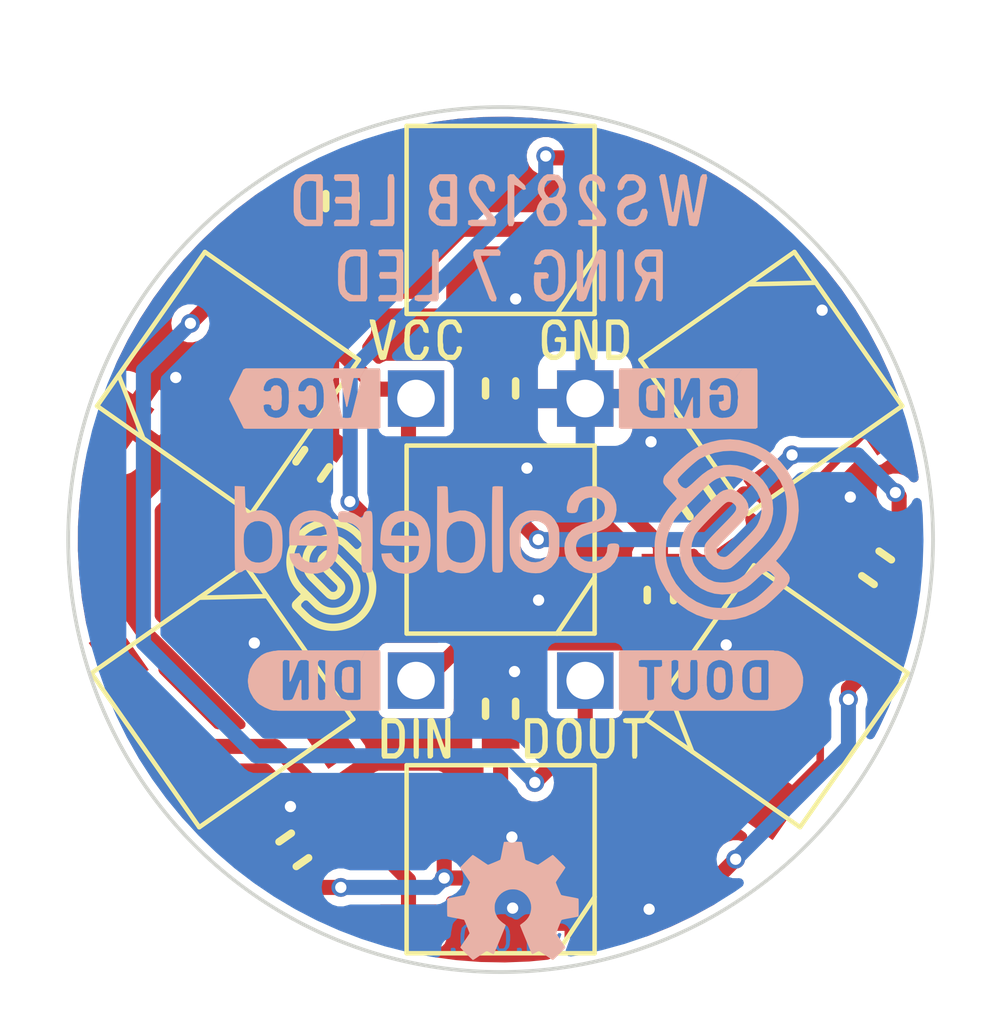
<source format=kicad_pcb>
(kicad_pcb (version 20210623) (generator pcbnew)
  (title_block (title "Smart LED WS2812B Ring7") (date "2021-07-26") (rev "V1.0.0.") (company "SOLDERED") (comment 1 "333055"))
  (layers (0 "F.Cu" signal) (31 "B.Cu" signal) (34 "B.Paste" user) (35 "F.Paste" user) (36 "B.SilkS" user "B.Silkscreen") (37 "F.SilkS" user "F.Silkscreen") (38 "B.Mask" user) (39 "F.Mask" user) (44 "Edge.Cuts" user))
  (net 0 "")
  (net 1 "VCC")
  (net 2 "GND")
  (net 3 "Net-(LED1-Pad2)")
  (net 4 "Net-(LED2-Pad2)")
  (net 5 "Net-(LED3-Pad2)")
  (net 6 "Net-(LED4-Pad2)")
  (net 7 "Net-(LED5-Pad2)")
  (net 8 "Net-(LED6-Pad2)")
  (net 9 "Net-(LED7-Pad2)")
  (net 10 "Net-(LED1-Pad4)")
  (net 11 "Net-(PAD2-Pad1)")
  (footprint "Soldered Graphics:Logo-Back-SolderedFULL-15mm" (layer "F.Cu") (at 111.93 108.24)
    (fp_text reference "REF**" hide)
    (fp_text value "Logo-Front-SolderedFULL-15mm" hide)
  )
  (footprint "Soldered Graphics:Logo-Back-OSH-3.5mm" (layer "F.Cu") (at 111.83 118.11)
    (fp_text reference "G***" hide)
    (fp_text value "LOGO" hide)
  )
  (footprint "e-radionica.com footprinti:WS2812B LED" (layer "F.Cu") (at 104.25 104.333334 -125)
    (fp_text reference "LED7")
    (fp_text value "WS2812B")
    (pad "1" smd rect (at -2.45 -1.65 235) (size 1.5 0.9) (layers "F.Cu" "F.Paste" "F.Mask") (net 1 "VCC"))
    (pad "2" smd rect (at -2.45 1.65 235) (size 1.5 0.9) (layers "F.Cu" "F.Paste" "F.Mask") (net 9 "Net-(LED7-Pad2)"))
    (pad "3" smd rect (at 2.45 1.65 235) (size 1.5 0.9) (layers "F.Cu" "F.Paste" "F.Mask") (net 2 "GND"))
    (pad "4" smd rect (at 2.45 -1.65 235) (size 1.5 0.9) (layers "F.Cu" "F.Paste" "F.Mask") (net 8 "Net-(LED6-Pad2)"))
  )
  (footprint "e-radionica.com footprinti:0603C" (layer "F.Cu") (at 111.5 113 90)
    (fp_text reference "C5")
    (fp_text value "100n")
    (pad "1" smd rect locked (at -0.73 0 90) (size 0.66 1) (layers "F.Cu" "F.Paste" "F.Mask") (net 1 "VCC"))
    (pad "2" smd rect locked (at 0.73 0 90) (size 0.66 1) (layers "F.Cu" "F.Paste" "F.Mask") (net 2 "GND"))
  )
  (footprint "e-radionica.com footprinti:0603C" (layer "F.Cu") (at 106 116.75 35)
    (fp_text reference "C6")
    (fp_text value "100n")
    (pad "1" smd rect locked (at -0.73 0 35) (size 0.66 1) (layers "F.Cu" "F.Paste" "F.Mask") (net 1 "VCC"))
    (pad "2" smd rect locked (at 0.73 0 35) (size 0.66 1) (layers "F.Cu" "F.Paste" "F.Mask") (net 2 "GND"))
  )
  (footprint "e-radionica.com footprinti:WS2812B LED" (layer "F.Cu") (at 118.7 104.33334 125)
    (fp_text reference "LED3")
    (fp_text value "WS2812B")
    (pad "1" smd rect (at -2.45 -1.65 125) (size 1.5 0.9) (layers "F.Cu" "F.Paste" "F.Mask") (net 1 "VCC"))
    (pad "2" smd rect (at -2.45 1.65 125) (size 1.5 0.9) (layers "F.Cu" "F.Paste" "F.Mask") (net 5 "Net-(LED3-Pad2)"))
    (pad "3" smd rect (at 2.45 1.65 125) (size 1.5 0.9) (layers "F.Cu" "F.Paste" "F.Mask") (net 2 "GND"))
    (pad "4" smd rect (at 2.45 -1.65 125) (size 1.5 0.9) (layers "F.Cu" "F.Paste" "F.Mask") (net 4 "Net-(LED2-Pad2)"))
  )
  (footprint "e-radionica.com footprinti:0603C" (layer "F.Cu") (at 107.25 99.5 -90)
    (fp_text reference "C2")
    (fp_text value "100n")
    (pad "1" smd rect locked (at -0.73 0 270) (size 0.66 1) (layers "F.Cu" "F.Paste" "F.Mask") (net 1 "VCC"))
    (pad "2" smd rect locked (at 0.73 0 270) (size 0.66 1) (layers "F.Cu" "F.Paste" "F.Mask") (net 2 "GND"))
  )
  (footprint "e-radionica.com footprinti:FIDUCIAL_23" (layer "F.Cu") (at 118.7 104.33334)
    (fp_text reference "FD1")
    (fp_text value "FIDUCIAL")
    (fp_circle (center 0 0) (end 1 0) (layer "F.Cu") (width 0.2) (fill none))
    (pad "1" smd circle (at 0 0) (size 1 1) (layers "F.Cu" "F.Paste" "F.Mask") (clearance 1.1))
  )
  (footprint "e-radionica.com footprinti:PAD_2x1.5" (layer "F.Cu") (at 113.75 104.5)
    (fp_text reference "PAD4")
    (fp_text value "PAD_2x1.5")
    (pad "1" smd rect (at 0 0.25) (size 1.5 1.5) (layers "F.Cu" "F.Paste" "F.Mask") (net 2 "GND"))
  )
  (footprint "Soldered Graphics:Logo-Front-Soldered-3mm" (layer "F.Cu") (at 107 109.44)
    (fp_text reference "G***" hide)
    (fp_text value "LOGO" hide)
  )
  (footprint "e-radionica.com footprinti:WS2812B LED" (layer "F.Cu") (at 111.5 100)
    (fp_text reference "LED2")
    (fp_text value "WS2812B")
    (pad "1" smd rect (at -2.45 -1.65) (size 1.5 0.9) (layers "F.Cu" "F.Paste" "F.Mask") (net 1 "VCC"))
    (pad "2" smd rect (at -2.45 1.65) (size 1.5 0.9) (layers "F.Cu" "F.Paste" "F.Mask") (net 4 "Net-(LED2-Pad2)"))
    (pad "3" smd rect (at 2.45 1.65) (size 1.5 0.9) (layers "F.Cu" "F.Paste" "F.Mask") (net 2 "GND"))
    (pad "4" smd rect (at 2.45 -1.65) (size 1.5 0.9) (layers "F.Cu" "F.Paste" "F.Mask") (net 3 "Net-(LED1-Pad2)"))
  )
  (footprint "buzzardLabel" (layer "F.Cu") (at 109.25 103.2)
    (fp_text reference "" (at 0 0) (layer "F.SilkS") (effects (font (size 1.27 1.27))))
    (fp_text value "" (at 0 0) (layer "F.SilkS") (effects (font (size 1.27 1.27))))
  )
  (footprint "e-radionica.com footprinti:PAD_2x1.5" (layer "F.Cu") (at 113.75 112.5)
    (fp_text reference "PAD5")
    (fp_text value "PAD_2x1.5")
    (pad "1" smd rect (at 0 -0.25) (size 1.5 1.5) (layers "F.Cu" "F.Paste" "F.Mask") (net 9 "Net-(LED7-Pad2)"))
  )
  (footprint "e-radionica.com footprinti:PAD_2x1.5" (layer "F.Cu") (at 109.25 112.5)
    (fp_text reference "PAD2")
    (fp_text value "PAD_2x1.5")
    (pad "1" smd rect (at 0 -0.25) (size 1.5 1.5) (layers "F.Cu" "F.Paste" "F.Mask") (net 11 "Net-(PAD2-Pad1)"))
  )
  (footprint "buzzardLabel" (layer "F.Cu") (at 113.75 113.8)
    (fp_text reference "" (at 0 0) (layer "F.SilkS") (effects (font (size 1.27 1.27))))
    (fp_text value "" (at 0 0) (layer "F.SilkS") (effects (font (size 1.27 1.27))))
  )
  (footprint "e-radionica.com footprinti:0603C" (layer "F.Cu") (at 121.5 109.25 145)
    (fp_text reference "C4")
    (fp_text value "100n")
    (pad "1" smd rect locked (at -0.73 0 145) (size 0.66 1) (layers "F.Cu" "F.Paste" "F.Mask") (net 1 "VCC"))
    (pad "2" smd rect locked (at 0.73 0 145) (size 0.66 1) (layers "F.Cu" "F.Paste" "F.Mask") (net 2 "GND"))
  )
  (footprint "buzzardLabel" (layer "F.Cu") (at 113.75 103.2)
    (fp_text reference "" (at 0 0) (layer "F.SilkS") (effects (font (size 1.27 1.27))))
    (fp_text value "" (at 0 0) (layer "F.SilkS") (effects (font (size 1.27 1.27))))
  )
  (footprint "e-radionica.com footprinti:WS2812B LED" (layer "F.Cu") (at 111.5 108.5)
    (fp_text reference "LED1")
    (fp_text value "WS2812B")
    (pad "1" smd rect (at -2.45 -1.65) (size 1.5 0.9) (layers "F.Cu" "F.Paste" "F.Mask") (net 1 "VCC"))
    (pad "2" smd rect (at -2.45 1.65) (size 1.5 0.9) (layers "F.Cu" "F.Paste" "F.Mask") (net 3 "Net-(LED1-Pad2)"))
    (pad "3" smd rect (at 2.45 1.65) (size 1.5 0.9) (layers "F.Cu" "F.Paste" "F.Mask") (net 2 "GND"))
    (pad "4" smd rect (at 2.45 -1.65) (size 1.5 0.9) (layers "F.Cu" "F.Paste" "F.Mask") (net 10 "Net-(LED1-Pad4)"))
  )
  (footprint "e-radionica.com footprinti:0603C" (layer "F.Cu") (at 116.75 107.5 125)
    (fp_text reference "C3")
    (fp_text value "100n")
    (pad "1" smd rect locked (at -0.73 0 125) (size 0.66 1) (layers "F.Cu" "F.Paste" "F.Mask") (net 1 "VCC"))
    (pad "2" smd rect locked (at 0.73 0 125) (size 0.66 1) (layers "F.Cu" "F.Paste" "F.Mask") (net 2 "GND"))
  )
  (footprint "e-radionica.com footprinti:0603C" (layer "F.Cu") (at 106.5 106.5 -125)
    (fp_text reference "C7")
    (fp_text value "100n")
    (pad "1" smd rect locked (at -0.73 0 235) (size 0.66 1) (layers "F.Cu" "F.Paste" "F.Mask") (net 1 "VCC"))
    (pad "2" smd rect locked (at 0.73 0 235) (size 0.66 1) (layers "F.Cu" "F.Paste" "F.Mask") (net 2 "GND"))
  )
  (footprint "e-radionica.com footprinti:0603C" (layer "F.Cu") (at 111.5 104.48 90)
    (fp_text reference "C1")
    (fp_text value "100n")
    (pad "1" smd rect locked (at -0.73 0 90) (size 0.66 1) (layers "F.Cu" "F.Paste" "F.Mask") (net 1 "VCC"))
    (pad "2" smd rect locked (at 0.73 0 90) (size 0.66 1) (layers "F.Cu" "F.Paste" "F.Mask") (net 2 "GND"))
  )
  (footprint "e-radionica.com footprinti:WS2812B LED" (layer "F.Cu") (at 104.1 112.66667 125)
    (fp_text reference "LED6")
    (fp_text value "WS2812B")
    (pad "1" smd rect (at -2.45 -1.65 125) (size 1.5 0.9) (layers "F.Cu" "F.Paste" "F.Mask") (net 1 "VCC"))
    (pad "2" smd rect (at -2.45 1.65 125) (size 1.5 0.9) (layers "F.Cu" "F.Paste" "F.Mask") (net 8 "Net-(LED6-Pad2)"))
    (pad "3" smd rect (at 2.45 1.65 125) (size 1.5 0.9) (layers "F.Cu" "F.Paste" "F.Mask") (net 2 "GND"))
    (pad "4" smd rect (at 2.45 -1.65 125) (size 1.5 0.9) (layers "F.Cu" "F.Paste" "F.Mask") (net 7 "Net-(LED5-Pad2)"))
  )
  (footprint "e-radionica.com footprinti:0603R" (layer "F.Cu") (at 115.75 109.975 -90)
    (fp_text reference "R1")
    (fp_text value "100")
    (pad "1" smd rect locked (at -0.775 0) (size 1 0.64) (layers "F.Cu" "F.Paste" "F.Mask") (net 10 "Net-(LED1-Pad4)"))
    (pad "2" smd rect locked (at 0.775 0) (size 1 0.64) (layers "F.Cu" "F.Paste" "F.Mask") (net 11 "Net-(PAD2-Pad1)"))
  )
  (footprint "e-radionica.com footprinti:WS2812B LED" (layer "F.Cu") (at 111.5 117)
    (fp_text reference "LED5")
    (fp_text value "WS2812B")
    (pad "1" smd rect (at -2.45 -1.65) (size 1.5 0.9) (layers "F.Cu" "F.Paste" "F.Mask") (net 1 "VCC"))
    (pad "2" smd rect (at -2.45 1.65) (size 1.5 0.9) (layers "F.Cu" "F.Paste" "F.Mask") (net 7 "Net-(LED5-Pad2)"))
    (pad "3" smd rect (at 2.45 1.65) (size 1.5 0.9) (layers "F.Cu" "F.Paste" "F.Mask") (net 2 "GND"))
    (pad "4" smd rect (at 2.45 -1.65) (size 1.5 0.9) (layers "F.Cu" "F.Paste" "F.Mask") (net 6 "Net-(LED4-Pad2)"))
  )
  (footprint "buzzardLabel" (layer "F.Cu") (at 109.25 113.8)
    (fp_text reference "" (at 0 0) (layer "F.SilkS") (effects (font (size 1.27 1.27))))
    (fp_text value "" (at 0 0) (layer "F.SilkS") (effects (font (size 1.27 1.27))))
  )
  (footprint "e-radionica.com footprinti:PAD_2x1.5" (layer "F.Cu") (at 109.25 104.5)
    (fp_text reference "PAD3")
    (fp_text value "PAD_2x1.5")
    (pad "1" smd rect (at 0 0.25) (size 1.5 1.5) (layers "F.Cu" "F.Paste" "F.Mask") (net 1 "VCC"))
  )
  (footprint "e-radionica.com footprinti:WS2812B LED" (layer "F.Cu") (at 118.85 112.666667 -125)
    (fp_text reference "LED4")
    (fp_text value "WS2812B")
    (pad "1" smd rect (at -2.45 -1.65 235) (size 1.5 0.9) (layers "F.Cu" "F.Paste" "F.Mask") (net 1 "VCC"))
    (pad "2" smd rect (at -2.45 1.65 235) (size 1.5 0.9) (layers "F.Cu" "F.Paste" "F.Mask") (net 6 "Net-(LED4-Pad2)"))
    (pad "3" smd rect (at 2.45 1.65 235) (size 1.5 0.9) (layers "F.Cu" "F.Paste" "F.Mask") (net 2 "GND"))
    (pad "4" smd rect (at 2.45 -1.65 235) (size 1.5 0.9) (layers "F.Cu" "F.Paste" "F.Mask") (net 5 "Net-(LED3-Pad2)"))
  )
  (footprint "e-radionica.com footprinti:PAD_2x1.5" (layer "B.Cu") (at 113.75 104.5 180)
    (fp_text reference "PAD1")
    (fp_text value "PAD_2x1.5")
    (pad "1" smd rect (at 0 -0.25 180) (size 1.5 1.5) (layers "B.Cu" "B.Paste" "B.Mask") (net 2 "GND"))
  )
  (footprint "Soldered Graphics:Version1.0.0." (layer "B.Cu") (at 111.6 119.1 180)
    (fp_text reference "Ref**" hide)
    (fp_text value "Val**" hide)
    (fp_poly (pts (xy 0.06 -0.35) (xy 0.11 -0.35) (xy 0.17 -0.33) (xy 0.13 -0.28) (xy 0.03 -0.28) (xy -0.01 -0.25) (xy -0.03 -0.2) (xy -0.05 -0.15) (xy -0.05 -0.11) (xy -0.05 0.01) (xy -0.05 0.13) (xy -0.05 0.17) (xy -0.03 0.22) (xy -0.01 0.27) (xy 0.02 0.3) (xy 0.13 0.3) (xy 0.16 0.26) (xy 0.18 0.21) (xy 0.18 0.15) (xy 0.19 0.05) (xy 0.19 -0.08) (xy 0.19 -0.12) (xy 0.18 -0.17) (xy 0.16 -0.22) (xy 0.14 -0.27) (xy 0.14 -0.28) (xy 0.17 -0.32) (xy 0.21 -0.29) (xy 0.24 -0.26) (xy 0.26 -0.22) (xy 0.27 -0.16) (xy 0.28 -0.11) (xy 0.28 -0.06) (xy 0.28 0.06) (xy 0.28 0.12) (xy 0.27 0.17) (xy 0.26 0.22) (xy 0.25 0.27) (xy 0.22 0.3) (xy 0.19 0.34) (xy 0.13 0.37) (xy 0.08 0.38) (xy 0.02 0.38) (xy -0.03 0.35) (xy -0.08 0.31) (xy -0.1 0.28) (xy -0.12 0.23) (xy -0.14 0.18) (xy -0.14 0.13) (xy -0.15 0.08) (xy -0.15 -0.04) (xy -0.14 -0.1) (xy -0.14 -0.14) (xy -0.13 -0.2) (xy -0.11 -0.25) (xy -0.08 -0.28) (xy -0.05 -0.32) (xy 0.01 -0.35) (xy 0.06 -0.35)) (layer "B.Cu") (width 0.01) (fill solid))
    (fp_poly (pts (xy -0.44 -0.38) (xy -0.39 -0.38) (xy -0.34 -0.37) (xy -0.34 -0.33) (xy -0.34 -0.27) (xy -0.38 -0.26) (xy -0.43 -0.26) (xy -0.46 -0.29) (xy -0.46 -0.34) (xy -0.44 -0.38)) (layer "B.Cu") (width 0.01) (fill solid))
    (fp_poly (pts (xy 0.93 -0.35) (xy 0.99 -0.35) (xy 1.04 -0.33) (xy 1.01 -0.28) (xy 0.91 -0.28) (xy 0.87 -0.25) (xy 0.85 -0.2) (xy 0.83 -0.15) (xy 0.83 -0.11) (xy 0.82 0.01) (xy 0.83 0.13) (xy 0.83 0.17) (xy 0.84 0.22) (xy 0.87 0.27) (xy 0.9 0.3) (xy 1.01 0.3) (xy 1.04 0.26) (xy 1.05 0.21) (xy 1.06 0.15) (xy 1.07 0.05) (xy 1.07 -0.08) (xy 1.06 -0.12) (xy 1.06 -0.17) (xy 1.04 -0.22) (xy 1.02 -0.27) (xy 1.01 -0.28) (xy 1.05 -0.32) (xy 1.09 -0.29) (xy 1.12 -0.26) (xy 1.14 -0.22) (xy 1.15 -0.16) (xy 1.16 -0.11) (xy 1.16 -0.06) (xy 1.16 0.06) (xy 1.16 0.12) (xy 1.15 0.17) (xy 1.14 0.22) (xy 1.13 0.27) (xy 1.1 0.3) (xy 1.06 0.34) (xy 1.01 0.37) (xy 0.95 0.38) (xy 0.9 0.38) (xy 0.84 0.35) (xy 0.8 0.31) (xy 0.78 0.28) (xy 0.75 0.23) (xy 0.74 0.18) (xy 0.74 0.13) (xy 0.73 0.08) (xy 0.73 -0.04) (xy 0.73 -0.1) (xy 0.74 -0.14) (xy 0.75 -0.2) (xy 0.77 -0.25) (xy 0.79 -0.28) (xy 0.83 -0.32) (xy 0.89 -0.35) (xy 0.93 -0.35)) (layer "B.Cu") (width 0.01) (fill solid))
    (fp_poly (pts (xy 1.31 -0.38) (xy 1.36 -0.38) (xy 1.41 -0.37) (xy 1.42 -0.33) (xy 1.42 -0.27) (xy 1.38 -0.26) (xy 1.33 -0.26) (xy 1.3 -0.29) (xy 1.3 -0.34) (xy 1.31 -0.38)) (layer "B.Cu") (width 0.01) (fill solid))
    (fp_poly (pts (xy 0.43 -0.38) (xy 0.48 -0.38) (xy 0.54 -0.37) (xy 0.54 -0.33) (xy 0.54 -0.27) (xy 0.5 -0.26) (xy 0.45 -0.26) (xy 0.42 -0.29) (xy 0.42 -0.34) (xy 0.43 -0.38)) (layer "B.Cu") (width 0.01) (fill solid))
    (fp_poly (pts (xy -1.33 -0.35) (xy -1.27 -0.35) (xy -1.25 -0.31) (xy -1.09 0.1) (xy -1.11 0.13) (xy -1.16 0.13) (xy -1.19 0.1) (xy -1.28 -0.16) (xy -1.3 -0.21) (xy -1.32 -0.17) (xy -1.41 0.09) (xy -1.44 0.13) (xy -1.49 0.13) (xy -1.51 0.1) (xy -1.36 -0.31) (xy -1.33 -0.35)) (layer "B.Cu") (width 0.01) (fill solid))
    (fp_poly (pts (xy -0.67 -0.35) (xy -0.62 -0.35) (xy -0.6 -0.31) (xy -0.6 0.35) (xy -0.64 0.38) (xy -0.69 0.38) (xy -0.73 0.34) (xy -0.84 0.22) (xy -0.86 0.17) (xy -0.83 0.16) (xy -0.73 0.22) (xy -0.69 0.23) (xy -0.69 -0.31) (xy -0.67 -0.35)) (layer "B.Cu") (width 0.01) (fill solid))
  )
  (footprint "e-radionica.com footprinti:PAD_2x1.5" (layer "B.Cu") (at 109.25 112.25 180)
    (fp_text reference "PAD7")
    (fp_text value "PAD_2x1.5")
    (pad "1" smd rect (at 0 0 180) (size 1.5 1.5) (layers "B.Cu" "B.Paste" "B.Mask") (net 11 "Net-(PAD2-Pad1)"))
  )
  (footprint "buzzardLabel" (layer "B.Cu") (at 108.7 112.25 180)
    (fp_text reference "" (at 0 0) (layer "B.SilkS") (effects (font (size 1.27 1.27)) (justify mirror)))
    (fp_text value "" (at 0 0) (layer "B.SilkS") (effects (font (size 1.27 1.27)) (justify mirror)))
  )
  (footprint "e-radionica.com footprinti:PAD_2x1.5" (layer "B.Cu") (at 113.75 112.5 180)
    (fp_text reference "PAD8")
    (fp_text value "PAD_2x1.5")
    (pad "1" smd rect (at 0 0.25 180) (size 1.5 1.5) (layers "B.Cu" "B.Paste" "B.Mask") (net 9 "Net-(LED7-Pad2)"))
  )
  (footprint "buzzardLabel" (layer "B.Cu") (at 108.7 104.75 180)
    (fp_text reference "" (at 0 0) (layer "B.SilkS") (effects (font (size 1.27 1.27)) (justify mirror)))
    (fp_text value "" (at 0 0) (layer "B.SilkS") (effects (font (size 1.27 1.27)) (justify mirror)))
  )
  (footprint "buzzardLabel" (layer "B.Cu") (at 111.5 99.5 180)
    (fp_text reference "" (at 0 0) (layer "B.SilkS") (effects (font (size 1.27 1.27)) (justify mirror)))
    (fp_text value "" (at 0 0) (layer "B.SilkS") (effects (font (size 1.27 1.27)) (justify mirror)))
  )
  (footprint "buzzardLabel" (layer "B.Cu") (at 114.25 112.25 180)
    (fp_text reference "" (at 0 0) (layer "B.SilkS") (effects (font (size 1.27 1.27)) (justify mirror)))
    (fp_text value "" (at 0 0) (layer "B.SilkS") (effects (font (size 1.27 1.27)) (justify mirror)))
  )
  (footprint "buzzardLabel" (layer "B.Cu") (at 114.25 104.75 180)
    (fp_text reference "" (at 0 0) (layer "B.SilkS") (effects (font (size 1.27 1.27)) (justify mirror)))
    (fp_text value "" (at 0 0) (layer "B.SilkS") (effects (font (size 1.27 1.27)) (justify mirror)))
  )
  (footprint "e-radionica.com footprinti:PAD_2x1.5" (layer "B.Cu") (at 109.25 104.5 180)
    (fp_text reference "PAD6")
    (fp_text value "PAD_2x1.5")
    (pad "1" smd rect (at 0 -0.25 180) (size 1.5 1.5) (layers "B.Cu" "B.Paste" "B.Mask") (net 1 "VCC"))
  )
  (footprint "buzzardLabel" (layer "B.Cu") (at 111.5 101.5 180)
    (fp_text reference "" (at 0 0) (layer "B.SilkS") (effects (font (size 1.27 1.27)) (justify mirror)))
    (fp_text value "" (at 0 0) (layer "B.SilkS") (effects (font (size 1.27 1.27)) (justify mirror)))
  )
  (gr_circle (center 111.5 108.5) (end 123 108.5) (layer "Edge.Cuts") (width 0.1) (fill none))
  (segment (start 111.5 105.21) (end 111.5 105.75) (width 0.4) (layer "F.Cu") (net 1))
  (segment (start 118.753661 107.286664) (end 117.980028 107.286664) (width 0.4) (layer "F.Cu") (net 1))
  (segment (start 121.606863 111.606146) (end 121.606863 110.159829) (width 0.4) (layer "F.Cu") (net 1))
  (segment (start 107.67 98.35) (end 107.25 98.77) (width 0.4) (layer "F.Cu") (net 1))
  (segment (start 105.983308 117.75) (end 107.25 117.75) (width 0.4) (layer "F.Cu") (net 1))
  (segment (start 105.75 99.5) (end 106.48 98.77) (width 0.4) (layer "F.Cu") (net 1))
  (segment (start 122.097981 109.668711) (end 122.097981 107.347981) (width 0.4) (layer "F.Cu") (net 1))
  (segment (start 121.606863 110.159829) (end 122.097981 109.668711) (width 0.4) (layer "F.Cu") (net 1))
  (segment (start 111.375 105.875) (end 110.4 106.85) (width 0.4) (layer "F.Cu") (net 1))
  (segment (start 109.05 104.7) (end 109.25 104.5) (width 0.4) (layer "F.Cu") (net 1))
  (segment (start 109.25 104.5) (end 108.23405 104.5) (width 0.4) (layer "F.Cu") (net 1))
  (segment (start 110 117.5) (end 110 116.3) (width 0.4) (layer "F.Cu") (net 1))
  (segment (start 105.75 100.75) (end 105.75 99.5) (width 0.4) (layer "F.Cu") (net 1))
  (segment (start 106.48 98.77) (end 107.25 98.77) (width 0.4) (layer "F.Cu") (net 1))
  (segment (start 111.375 107.375) (end 112.5 108.5) (width 0.4) (layer "F.Cu") (net 1))
  (segment (start 111.375 105.875) (end 111.375 107.375) (width 0.4) (layer "F.Cu") (net 1))
  (segment (start 104.153661 115.619994) (end 104.153661 115.920353) (width 0.4) (layer "F.Cu") (net 1))
  (segment (start 107.006863 105.813867) (end 106.918711 105.902019) (width 0.4) (layer "F.Cu") (net 1))
  (segment (start 118.753661 106.746339) (end 119.25 106.25) (width 0.4) (layer "F.Cu") (net 1))
  (segment (start 110 116.3) (end 109.05 115.35) (width 0.4) (layer "F.Cu") (net 1))
  (segment (start 118.753661 107.286664) (end 118.753661 106.746339) (width 0.4) (layer "F.Cu") (net 1))
  (segment (start 105.402019 117.168711) (end 105.983308 117.75) (width 0.4) (layer "F.Cu") (net 1))
  (segment (start 109.05 98.35) (end 107.67 98.35) (width 0.4) (layer "F.Cu") (net 1))
  (segment (start 111.5 105.75) (end 111.375 105.875) (width 0.4) (layer "F.Cu") (net 1))
  (segment (start 107.006863 102.006863) (end 105.75 100.75) (width 0.4) (layer "F.Cu") (net 1))
  (segment (start 111.5 115) (end 111.5 113.73) (width 0.4) (layer "F.Cu") (net 1))
  (segment (start 110.4 106.85) (end 109.05 106.85) (width 0.4) (layer "F.Cu") (net 1))
  (segment (start 104.153661 115.920353) (end 105.402019 117.168711) (width 0.4) (layer "F.Cu") (net 1))
  (segment (start 107.006863 103.272813) (end 107.006863 102.006863) (width 0.4) (layer "F.Cu") (net 1))
  (segment (start 110 117.5) (end 117.25 117.5) (width 0.4) (layer "F.Cu") (net 1))
  (segment (start 120.75 112.463009) (end 121.606863 111.606146) (width 0.4) (layer "F.Cu") (net 1))
  (segment (start 109.05 115.35) (end 111.15 115.35) (width 0.4) (layer "F.Cu") (net 1))
  (segment (start 120.75 112.75) (end 120.75 112.463009) (width 0.4) (layer "F.Cu") (net 1))
  (segment (start 117.25 117.5) (end 117.75 117) (width 0.4) (layer "F.Cu") (net 1))
  (segment (start 122.097981 107.347981) (end 122 107.25) (width 0.4) (layer "F.Cu") (net 1))
  (segment (start 108.23405 104.5) (end 107.006863 103.272813) (width 0.4) (layer "F.Cu") (net 1))
  (segment (start 107.006863 103.272813) (end 107.006863 105.813867) (width 0.4) (layer "F.Cu") (net 1))
  (segment (start 109.05 106.85) (end 109.05 104.7) (width 0.4) (layer "F.Cu") (net 1))
  (segment (start 117.980028 107.286664) (end 117.168711 108.097981) (width 0.4) (layer "F.Cu") (net 1))
  (segment (start 111.15 115.35) (end 111.5 115) (width 0.4) (layer "F.Cu") (net 1))
  (via (at 117.75 117) (size 0.5) (drill 0.3) (layers "F.Cu" "B.Cu") (net 1))
  (via (at 110 117.5) (size 0.5) (drill 0.3) (layers "F.Cu" "B.Cu") (net 1))
  (via (at 107.25 117.75) (size 0.5) (drill 0.3) (layers "F.Cu" "B.Cu") (net 1))
  (via (at 112.5 108.5) (size 0.5) (drill 0.3) (layers "F.Cu" "B.Cu") (net 1))
  (via (at 120.75 112.75) (size 0.5) (drill 0.3) (layers "F.Cu" "B.Cu") (net 1))
  (via (at 119.25 106.25) (size 0.5) (drill 0.3) (layers "F.Cu" "B.Cu") (net 1))
  (via (at 122 107.25) (size 0.5) (drill 0.3) (layers "F.Cu" "B.Cu") (net 1))
  (via (at 109.25 104.75) (size 1.3) (drill 1) (layers "F.Cu" "B.Cu") (net 1))
  (segment (start 117.75 117) (end 120.75 114) (width 0.4) (layer "B.Cu") (net 1))
  (segment (start 107.25 117.75) (end 109.75 117.75) (width 0.4) (layer "B.Cu") (net 1))
  (segment (start 120.75 114) (end 120.75 112.75) (width 0.4) (layer "B.Cu") (net 1))
  (segment (start 112.5 108.5) (end 117 108.5) (width 0.4) (layer "B.Cu") (net 1))
  (segment (start 122 107.25) (end 121 106.25) (width 0.4) (layer "B.Cu") (net 1))
  (segment (start 109.75 117.75) (end 110 117.5) (width 0.4) (layer "B.Cu") (net 1))
  (segment (start 117 108.5) (end 119.25 106.25) (width 0.4) (layer "B.Cu") (net 1))
  (segment (start 121 106.25) (end 119.25 106.25) (width 0.4) (layer "B.Cu") (net 1))
  (via (at 104.95 111.25) (size 0.5) (drill 0.3) (layers "F.Cu" "B.Cu") (net 2))
  (via (at 102.86 104.19) (size 0.5) (drill 0.3) (layers "F.Cu" "B.Cu") (net 2))
  (via (at 112.2 106.6) (size 0.5) (drill 0.3) (layers "F.Cu" "B.Cu") (net 2))
  (via (at 115.45 118.33) (size 0.5) (drill 0.3) (layers "F.Cu" "B.Cu") (net 2))
  (via (at 120.05 102.4) (size 0.5) (drill 0.3) (layers "F.Cu" "B.Cu") (net 2))
  (via (at 117.5 111.3) (size 0.5) (drill 0.3) (layers "F.Cu" "B.Cu") (net 2))
  (via (at 105.91 115.6) (size 0.5) (drill 0.3) (layers "F.Cu" "B.Cu") (net 2))
  (via (at 111.87 112.01) (size 0.5) (drill 0.3) (layers "F.Cu" "B.Cu") (net 2))
  (via (at 111.82 118.3) (size 0.5) (drill 0.3) (layers "F.Cu" "B.Cu") (net 2))
  (via (at 111.9 102.1) (size 0.5) (drill 0.3) (layers "F.Cu" "B.Cu") (net 2))
  (via (at 112.51 110.11) (size 0.5) (drill 0.3) (layers "F.Cu" "B.Cu") (net 2))
  (via (at 115.5 105.9) (size 0.5) (drill 0.3) (layers "F.Cu" "B.Cu") (net 2))
  (via (at 111.8 116.41) (size 0.5) (drill 0.3) (layers "F.Cu" "B.Cu") (net 2))
  (via (at 113.75 104.75) (size 1.3) (drill 1) (layers "F.Cu" "B.Cu") (net 2))
  (via (at 120.8 107.37) (size 0.5) (drill 0.3) (layers "F.Cu" "B.Cu") (net 2))
  (segment (start 112.75 98.35) (end 113.95 98.35) (width 0.4) (layer "F.Cu") (net 3))
  (segment (start 112.7 98.3) (end 112.75 98.35) (width 0.4) (layer "F.Cu") (net 3))
  (segment (start 107.49 107.49) (end 109.05 109.05) (width 0.4) (layer "F.Cu") (net 3))
  (segment (start 109.05 109.05) (end 109.05 110.15) (width 0.4) (layer "F.Cu") (net 3))
  (via (at 107.49 107.49) (size 0.5) (drill 0.3) (layers "F.Cu" "B.Cu") (net 3))
  (via (at 112.7 98.3) (size 0.5) (drill 0.3) (layers "F.Cu" "B.Cu") (net 3))
  (segment (start 107.5 104.03088) (end 107.5 107.48) (width 0.4) (layer "B.Cu") (net 3))
  (segment (start 112.7 98.83088) (end 107.5 104.03088) (width 0.4) (layer "B.Cu") (net 3))
  (segment (start 107.5 107.48) (end 107.49 107.49) (width 0.4) (layer "B.Cu") (net 3))
  (segment (start 112.7 98.3) (end 112.7 98.83088) (width 0.4) (layer "B.Cu") (net 3))
  (segment (start 115.943137 103.272819) (end 115.943137 100.693137) (width 0.4) (layer "F.Cu") (net 4))
  (segment (start 110.45 100.25) (end 109.05 101.65) (width 0.4) (layer "F.Cu") (net 4))
  (segment (start 115.5 100.25) (end 110.45 100.25) (width 0.4) (layer "F.Cu") (net 4))
  (segment (start 115.943137 100.693137) (end 115.5 100.25) (width 0.4) (layer "F.Cu") (net 4))
  (segment (start 120 114.41633) (end 120 111.5) (width 0.2) (layer "F.Cu") (net 5))
  (segment (start 120.001982 111.498018) (end 120.001982 106.848742) (width 0.2) (layer "F.Cu") (net 5))
  (segment (start 118.796339 115.619991) (end 120 114.41633) (width 0.2) (layer "F.Cu") (net 5))
  (segment (start 120 111.5) (end 120.001982 111.498018) (width 0.2) (layer "F.Cu") (net 5))
  (segment (start 120.001982 106.848742) (end 121.456863 105.393861) (width 0.2) (layer "F.Cu") (net 5))
  (segment (start 119 109.809682) (end 118.903661 109.713343) (width 0.4) (layer "F.Cu") (net 6))
  (segment (start 113.95 115.35) (end 116.9 115.35) (width 0.4) (layer "F.Cu") (net 6))
  (segment (start 116.9 115.35) (end 119 113.25) (width 0.4) (layer "F.Cu") (net 6))
  (segment (start 119 113.25) (end 119 109.809682) (width 0.4) (layer "F.Cu") (net 6))
  (segment (start 101.343137 111.606149) (end 103.736988 114) (width 0.4) (layer "F.Cu") (net 7))
  (segment (start 109.05 117.55) (end 109.05 118.65) (width 0.4) (layer "F.Cu") (net 7))
  (segment (start 103.736988 114) (end 105.5 114) (width 0.4) (layer "F.Cu") (net 7))
  (segment (start 105.5 114) (end 109.05 117.55) (width 0.4) (layer "F.Cu") (net 7))
  (segment (start 106.856863 113.727191) (end 106.856863 113.356863) (width 0.4) (layer "F.Cu") (net 8))
  (segment (start 106.5 113) (end 105 113) (width 0.4) (layer "F.Cu") (net 8))
  (segment (start 106.5 113) (end 106.25 113) (width 0.4) (layer "F.Cu") (net 8))
  (segment (start 105 113) (end 102.5 110.5) (width 0.4) (layer "F.Cu") (net 8))
  (segment (start 102.5 110.5) (end 102.5 107.75) (width 0.4) (layer "F.Cu") (net 8))
  (segment (start 106.856863 113.356863) (end 106.5 113) (width 0.4) (layer "F.Cu") (net 8))
  (segment (start 102.5 107.75) (end 102.963342 107.286658) (width 0.4) (layer "F.Cu") (net 8))
  (segment (start 102.963342 107.286658) (end 104.196339 107.286658) (width 0.4) (layer "F.Cu") (net 8))
  (segment (start 104.303661 101.696339) (end 103.25 102.75) (width 0.4) (layer "F.Cu") (net 9))
  (segment (start 113.75 113.62) (end 113.75 112.5) (width 0.4) (layer "F.Cu") (net 9))
  (segment (start 112.41 114.96) (end 113.75 113.62) (width 0.4) (layer "F.Cu") (net 9))
  (segment (start 104.303661 101.38001) (end 104.303661 101.696339) (width 0.4) (layer "F.Cu") (net 9))
  (via (at 112.41 114.96) (size 0.5) (drill 0.3) (layers "F.Cu" "B.Cu") (net 9))
  (via (at 103.25 102.75) (size 0.5) (drill 0.3) (layers "F.Cu" "B.Cu") (net 9))
  (via (at 113.75 112.25) (size 1.3) (drill 1) (layers "F.Cu" "B.Cu") (net 9))
  (segment (start 102 104) (end 103.25 102.75) (width 0.4) (layer "B.Cu") (net 9))
  (segment (start 111.7 114.25) (end 105 114.25) (width 0.4) (layer "B.Cu") (net 9))
  (segment (start 102 111.25) (end 102 104) (width 0.4) (layer "B.Cu") (net 9))
  (segment (start 112.41 114.96) (end 111.7 114.25) (width 0.4) (layer "B.Cu") (net 9))
  (segment (start 105 114.25) (end 102 111.25) (width 0.4) (layer "B.Cu") (net 9))
  (segment (start 115.75 108.65) (end 113.95 106.85) (width 0.4) (layer "F.Cu") (net 10))
  (segment (start 115.75 109.2) (end 115.75 108.65) (width 0.4) (layer "F.Cu") (net 10))
  (segment (start 110.5 111.25) (end 115.25 111.25) (width 0.4) (layer "F.Cu") (net 11))
  (segment (start 109.25 112.5) (end 110.5 111.25) (width 0.4) (layer "F.Cu") (net 11))
  (segment (start 115.25 111.25) (end 115.75 110.75) (width 0.4) (layer "F.Cu") (net 11))
  (via (at 109.25 112.25) (size 1.3) (drill 1) (layers "F.Cu" "B.Cu") (net 11))
  (zone (net 2) (net_name "GND") (layer "F.Cu") (connect_pads (clearance 0.254)) (min_thickness 0.254) (fill yes (thermal_gap 0.508) (thermal_bridge_width 0.508))
    (polygon (pts (xy 123 120) (xy 100 120) (xy 100 97) (xy 123 97)))
  )
  (zone (net 2) (net_name "GND") (layer "B.Cu") (connect_pads (clearance 0.254)) (min_thickness 0.254) (fill yes (thermal_gap 0.508) (thermal_bridge_width 0.508))
    (polygon (pts (xy 123 97) (xy 123 120) (xy 100 120) (xy 100 97)))
  )
)
</source>
